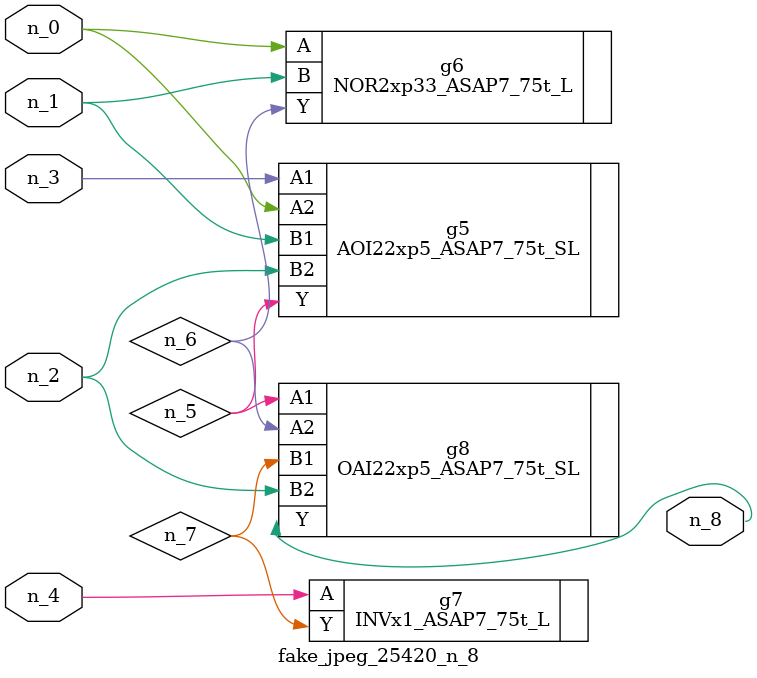
<source format=v>
module fake_jpeg_25420_n_8 (n_3, n_2, n_1, n_0, n_4, n_8);

input n_3;
input n_2;
input n_1;
input n_0;
input n_4;

output n_8;

wire n_6;
wire n_5;
wire n_7;

AOI22xp5_ASAP7_75t_SL g5 ( 
.A1(n_3),
.A2(n_0),
.B1(n_1),
.B2(n_2),
.Y(n_5)
);

NOR2xp33_ASAP7_75t_L g6 ( 
.A(n_0),
.B(n_1),
.Y(n_6)
);

INVx1_ASAP7_75t_L g7 ( 
.A(n_4),
.Y(n_7)
);

OAI22xp5_ASAP7_75t_SL g8 ( 
.A1(n_5),
.A2(n_6),
.B1(n_7),
.B2(n_2),
.Y(n_8)
);


endmodule
</source>
